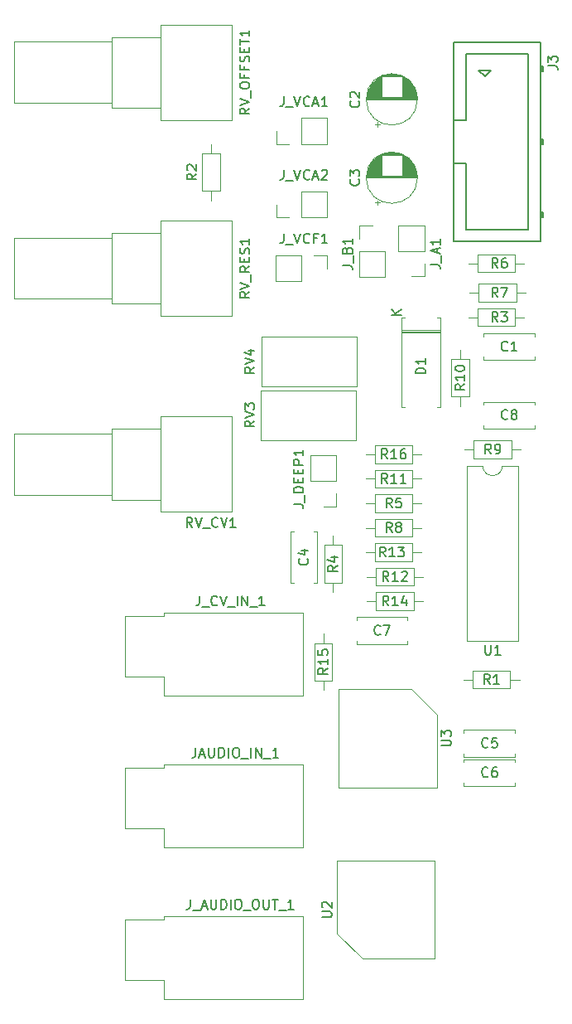
<source format=gbr>
G04 #@! TF.GenerationSoftware,KiCad,Pcbnew,5.1.4*
G04 #@! TF.CreationDate,2019-10-24T19:13:33+02:00*
G04 #@! TF.ProjectId,lpg,6c70672e-6b69-4636-9164-5f7063625858,rev?*
G04 #@! TF.SameCoordinates,Original*
G04 #@! TF.FileFunction,Legend,Top*
G04 #@! TF.FilePolarity,Positive*
%FSLAX46Y46*%
G04 Gerber Fmt 4.6, Leading zero omitted, Abs format (unit mm)*
G04 Created by KiCad (PCBNEW 5.1.4) date 2019-10-24 19:13:33*
%MOMM*%
%LPD*%
G04 APERTURE LIST*
%ADD10C,0.120000*%
%ADD11C,0.150000*%
G04 APERTURE END LIST*
D10*
X113330000Y-77670000D02*
X113330000Y-79000000D01*
X112000000Y-77670000D02*
X113330000Y-77670000D01*
X110730000Y-77670000D02*
X110730000Y-80330000D01*
X110730000Y-80330000D02*
X108130000Y-80330000D01*
X110730000Y-77670000D02*
X108130000Y-77670000D01*
X108130000Y-77670000D02*
X108130000Y-80330000D01*
D11*
X129500000Y-59400000D02*
X128900000Y-58800000D01*
X130100000Y-58800000D02*
X129500000Y-59400000D01*
X128900000Y-58800000D02*
X130100000Y-58800000D01*
X135340000Y-58350000D02*
X135340000Y-58850000D01*
X135440000Y-58850000D02*
X135240000Y-58850000D01*
X135440000Y-58350000D02*
X135440000Y-58850000D01*
X135240000Y-58350000D02*
X135440000Y-58350000D01*
X135340000Y-73310000D02*
X135340000Y-73810000D01*
X135440000Y-73810000D02*
X135240000Y-73810000D01*
X135440000Y-73310000D02*
X135440000Y-73810000D01*
X135240000Y-73310000D02*
X135440000Y-73310000D01*
X135340000Y-65830000D02*
X135340000Y-66330000D01*
X135440000Y-66330000D02*
X135240000Y-66330000D01*
X135440000Y-65830000D02*
X135440000Y-66330000D01*
X135240000Y-65830000D02*
X135440000Y-65830000D01*
X127600000Y-68305000D02*
X126300000Y-68305000D01*
X127600000Y-75030000D02*
X127600000Y-68305000D01*
X133940000Y-75030000D02*
X127600000Y-75030000D01*
X133940000Y-57130000D02*
X133940000Y-75030000D01*
X127600000Y-57130000D02*
X133940000Y-57130000D01*
X127600000Y-63855000D02*
X127600000Y-57130000D01*
X126300000Y-63855000D02*
X127600000Y-63855000D01*
X126300000Y-76230000D02*
X126300000Y-55930000D01*
X135240000Y-76230000D02*
X126300000Y-76230000D01*
X135240000Y-55930000D02*
X135240000Y-76230000D01*
X126300000Y-55930000D02*
X135240000Y-55930000D01*
D10*
X124610000Y-132010000D02*
X124610000Y-124570000D01*
X124610000Y-124570000D02*
X122030000Y-121990000D01*
X122030000Y-121990000D02*
X114590000Y-121990000D01*
X114590000Y-121990000D02*
X114590000Y-132010000D01*
X114590000Y-132010000D02*
X124610000Y-132010000D01*
X114390000Y-139490000D02*
X114390000Y-146930000D01*
X114390000Y-146930000D02*
X116970000Y-149510000D01*
X116970000Y-149510000D02*
X124410000Y-149510000D01*
X124410000Y-149510000D02*
X124410000Y-139490000D01*
X124410000Y-139490000D02*
X114390000Y-139490000D01*
X132960000Y-99170000D02*
X131310000Y-99170000D01*
X132960000Y-117070000D02*
X132960000Y-99170000D01*
X127660000Y-117070000D02*
X132960000Y-117070000D01*
X127660000Y-99170000D02*
X127660000Y-117070000D01*
X129310000Y-99170000D02*
X127660000Y-99170000D01*
X131310000Y-99170000D02*
G75*
G02X129310000Y-99170000I-1000000J0D01*
G01*
X81380000Y-82120000D02*
X81380000Y-75880000D01*
X91380000Y-82120000D02*
X91380000Y-75880000D01*
X91380000Y-75880000D02*
X81380000Y-75880000D01*
X91380000Y-82120000D02*
X81380000Y-82120000D01*
X91380000Y-82620000D02*
X91380000Y-75380000D01*
X96380000Y-82620000D02*
X96380000Y-75380000D01*
X96380000Y-75380000D02*
X91380000Y-75380000D01*
X96380000Y-82620000D02*
X91380000Y-82620000D01*
X96380000Y-83870000D02*
X96380000Y-74130000D01*
X103670000Y-83870000D02*
X103670000Y-74130000D01*
X103670000Y-74130000D02*
X96380000Y-74130000D01*
X103670000Y-83870000D02*
X96380000Y-83870000D01*
X116345000Y-91470000D02*
X116345000Y-96540000D01*
X106575000Y-91470000D02*
X106575000Y-96540000D01*
X106575000Y-96540000D02*
X116345000Y-96540000D01*
X106575000Y-91470000D02*
X116345000Y-91470000D01*
X106655000Y-91030000D02*
X106655000Y-85960000D01*
X116425000Y-91030000D02*
X116425000Y-85960000D01*
X116425000Y-85960000D02*
X106655000Y-85960000D01*
X116425000Y-91030000D02*
X106655000Y-91030000D01*
X81380000Y-102120000D02*
X81380000Y-95880000D01*
X91380000Y-102120000D02*
X91380000Y-95880000D01*
X91380000Y-95880000D02*
X81380000Y-95880000D01*
X91380000Y-102120000D02*
X81380000Y-102120000D01*
X91380000Y-102620000D02*
X91380000Y-95380000D01*
X96380000Y-102620000D02*
X96380000Y-95380000D01*
X96380000Y-95380000D02*
X91380000Y-95380000D01*
X96380000Y-102620000D02*
X91380000Y-102620000D01*
X96380000Y-103870000D02*
X96380000Y-94130000D01*
X103670000Y-103870000D02*
X103670000Y-94130000D01*
X103670000Y-94130000D02*
X96380000Y-94130000D01*
X103670000Y-103870000D02*
X96380000Y-103870000D01*
X81380000Y-62120000D02*
X81380000Y-55880000D01*
X91380000Y-62120000D02*
X91380000Y-55880000D01*
X91380000Y-55880000D02*
X81380000Y-55880000D01*
X91380000Y-62120000D02*
X81380000Y-62120000D01*
X91380000Y-62620000D02*
X91380000Y-55380000D01*
X96380000Y-62620000D02*
X96380000Y-55380000D01*
X96380000Y-55380000D02*
X91380000Y-55380000D01*
X96380000Y-62620000D02*
X91380000Y-62620000D01*
X96380000Y-63870000D02*
X96380000Y-54130000D01*
X103670000Y-63870000D02*
X103670000Y-54130000D01*
X103670000Y-54130000D02*
X96380000Y-54130000D01*
X103670000Y-63870000D02*
X96380000Y-63870000D01*
X117320000Y-98000000D02*
X118270000Y-98000000D01*
X123060000Y-98000000D02*
X122110000Y-98000000D01*
X118270000Y-98920000D02*
X122110000Y-98920000D01*
X118270000Y-97080000D02*
X118270000Y-98920000D01*
X122110000Y-97080000D02*
X118270000Y-97080000D01*
X122110000Y-98920000D02*
X122110000Y-97080000D01*
X113000000Y-116320000D02*
X113000000Y-117270000D01*
X113000000Y-122060000D02*
X113000000Y-121110000D01*
X112080000Y-117270000D02*
X112080000Y-121110000D01*
X113920000Y-117270000D02*
X112080000Y-117270000D01*
X113920000Y-121110000D02*
X113920000Y-117270000D01*
X112080000Y-121110000D02*
X113920000Y-121110000D01*
X123180000Y-113000000D02*
X122230000Y-113000000D01*
X117440000Y-113000000D02*
X118390000Y-113000000D01*
X122230000Y-112080000D02*
X118390000Y-112080000D01*
X122230000Y-113920000D02*
X122230000Y-112080000D01*
X118390000Y-113920000D02*
X122230000Y-113920000D01*
X118390000Y-112080000D02*
X118390000Y-113920000D01*
X117320000Y-108000000D02*
X118270000Y-108000000D01*
X123060000Y-108000000D02*
X122110000Y-108000000D01*
X118270000Y-108920000D02*
X122110000Y-108920000D01*
X118270000Y-107080000D02*
X118270000Y-108920000D01*
X122110000Y-107080000D02*
X118270000Y-107080000D01*
X122110000Y-108920000D02*
X122110000Y-107080000D01*
X123180000Y-110500000D02*
X122230000Y-110500000D01*
X117440000Y-110500000D02*
X118390000Y-110500000D01*
X122230000Y-109580000D02*
X118390000Y-109580000D01*
X122230000Y-111420000D02*
X122230000Y-109580000D01*
X118390000Y-111420000D02*
X122230000Y-111420000D01*
X118390000Y-109580000D02*
X118390000Y-111420000D01*
X117320000Y-100500000D02*
X118270000Y-100500000D01*
X123060000Y-100500000D02*
X122110000Y-100500000D01*
X118270000Y-101420000D02*
X122110000Y-101420000D01*
X118270000Y-99580000D02*
X118270000Y-101420000D01*
X122110000Y-99580000D02*
X118270000Y-99580000D01*
X122110000Y-101420000D02*
X122110000Y-99580000D01*
X127000000Y-87320000D02*
X127000000Y-88270000D01*
X127000000Y-93060000D02*
X127000000Y-92110000D01*
X126080000Y-88270000D02*
X126080000Y-92110000D01*
X127920000Y-88270000D02*
X126080000Y-88270000D01*
X127920000Y-92110000D02*
X127920000Y-88270000D01*
X126080000Y-92110000D02*
X127920000Y-92110000D01*
X133180000Y-97500000D02*
X132230000Y-97500000D01*
X127440000Y-97500000D02*
X128390000Y-97500000D01*
X132230000Y-96580000D02*
X128390000Y-96580000D01*
X132230000Y-98420000D02*
X132230000Y-96580000D01*
X128390000Y-98420000D02*
X132230000Y-98420000D01*
X128390000Y-96580000D02*
X128390000Y-98420000D01*
X117320000Y-105500000D02*
X118270000Y-105500000D01*
X123060000Y-105500000D02*
X122110000Y-105500000D01*
X118270000Y-106420000D02*
X122110000Y-106420000D01*
X118270000Y-104580000D02*
X118270000Y-106420000D01*
X122110000Y-104580000D02*
X118270000Y-104580000D01*
X122110000Y-106420000D02*
X122110000Y-104580000D01*
X133680000Y-81500000D02*
X132730000Y-81500000D01*
X127940000Y-81500000D02*
X128890000Y-81500000D01*
X132730000Y-80580000D02*
X128890000Y-80580000D01*
X132730000Y-82420000D02*
X132730000Y-80580000D01*
X128890000Y-82420000D02*
X132730000Y-82420000D01*
X128890000Y-80580000D02*
X128890000Y-82420000D01*
X127820000Y-78500000D02*
X128770000Y-78500000D01*
X133560000Y-78500000D02*
X132610000Y-78500000D01*
X128770000Y-79420000D02*
X132610000Y-79420000D01*
X128770000Y-77580000D02*
X128770000Y-79420000D01*
X132610000Y-77580000D02*
X128770000Y-77580000D01*
X132610000Y-79420000D02*
X132610000Y-77580000D01*
X117320000Y-103000000D02*
X118270000Y-103000000D01*
X123060000Y-103000000D02*
X122110000Y-103000000D01*
X118270000Y-103920000D02*
X122110000Y-103920000D01*
X118270000Y-102080000D02*
X118270000Y-103920000D01*
X122110000Y-102080000D02*
X118270000Y-102080000D01*
X122110000Y-103920000D02*
X122110000Y-102080000D01*
X114000000Y-106320000D02*
X114000000Y-107270000D01*
X114000000Y-112060000D02*
X114000000Y-111110000D01*
X113080000Y-107270000D02*
X113080000Y-111110000D01*
X114920000Y-107270000D02*
X113080000Y-107270000D01*
X114920000Y-111110000D02*
X114920000Y-107270000D01*
X113080000Y-111110000D02*
X114920000Y-111110000D01*
X127820000Y-84000000D02*
X128770000Y-84000000D01*
X133560000Y-84000000D02*
X132610000Y-84000000D01*
X128770000Y-84920000D02*
X132610000Y-84920000D01*
X128770000Y-83080000D02*
X128770000Y-84920000D01*
X132610000Y-83080000D02*
X128770000Y-83080000D01*
X132610000Y-84920000D02*
X132610000Y-83080000D01*
X101500000Y-66320000D02*
X101500000Y-67270000D01*
X101500000Y-72060000D02*
X101500000Y-71110000D01*
X100580000Y-67270000D02*
X100580000Y-71110000D01*
X102420000Y-67270000D02*
X100580000Y-67270000D01*
X102420000Y-71110000D02*
X102420000Y-67270000D01*
X100580000Y-71110000D02*
X102420000Y-71110000D01*
X127320000Y-121000000D02*
X128270000Y-121000000D01*
X133060000Y-121000000D02*
X132110000Y-121000000D01*
X128270000Y-121920000D02*
X132110000Y-121920000D01*
X128270000Y-120080000D02*
X128270000Y-121920000D01*
X132110000Y-120080000D02*
X128270000Y-120080000D01*
X132110000Y-121920000D02*
X132110000Y-120080000D01*
X96680000Y-151720000D02*
X92680000Y-151720000D01*
X96680000Y-153620000D02*
X96680000Y-151720000D01*
X110920000Y-153620000D02*
X96680000Y-153620000D01*
X110920000Y-145180000D02*
X110920000Y-153620000D01*
X96680000Y-145180000D02*
X110920000Y-145180000D01*
X96680000Y-145480000D02*
X96680000Y-145180000D01*
X92680000Y-145480000D02*
X96680000Y-145480000D01*
X92680000Y-151720000D02*
X92680000Y-145480000D01*
X123330000Y-79830000D02*
X122000000Y-79830000D01*
X123330000Y-78500000D02*
X123330000Y-79830000D01*
X123330000Y-77230000D02*
X120670000Y-77230000D01*
X120670000Y-77230000D02*
X120670000Y-74630000D01*
X123330000Y-77230000D02*
X123330000Y-74630000D01*
X123330000Y-74630000D02*
X120670000Y-74630000D01*
X116670000Y-74670000D02*
X118000000Y-74670000D01*
X116670000Y-76000000D02*
X116670000Y-74670000D01*
X116670000Y-77270000D02*
X119330000Y-77270000D01*
X119330000Y-77270000D02*
X119330000Y-79870000D01*
X116670000Y-77270000D02*
X116670000Y-79870000D01*
X116670000Y-79870000D02*
X119330000Y-79870000D01*
X108170000Y-73830000D02*
X108170000Y-72500000D01*
X109500000Y-73830000D02*
X108170000Y-73830000D01*
X110770000Y-73830000D02*
X110770000Y-71170000D01*
X110770000Y-71170000D02*
X113370000Y-71170000D01*
X110770000Y-73830000D02*
X113370000Y-73830000D01*
X113370000Y-73830000D02*
X113370000Y-71170000D01*
X114330000Y-103330000D02*
X113000000Y-103330000D01*
X114330000Y-102000000D02*
X114330000Y-103330000D01*
X114330000Y-100730000D02*
X111670000Y-100730000D01*
X111670000Y-100730000D02*
X111670000Y-98130000D01*
X114330000Y-100730000D02*
X114330000Y-98130000D01*
X114330000Y-98130000D02*
X111670000Y-98130000D01*
X108170000Y-66330000D02*
X108170000Y-65000000D01*
X109500000Y-66330000D02*
X108170000Y-66330000D01*
X110770000Y-66330000D02*
X110770000Y-63670000D01*
X110770000Y-63670000D02*
X113370000Y-63670000D01*
X110770000Y-66330000D02*
X113370000Y-66330000D01*
X113370000Y-66330000D02*
X113370000Y-63670000D01*
X96680000Y-120720000D02*
X92680000Y-120720000D01*
X96680000Y-122620000D02*
X96680000Y-120720000D01*
X110920000Y-122620000D02*
X96680000Y-122620000D01*
X110920000Y-114180000D02*
X110920000Y-122620000D01*
X96680000Y-114180000D02*
X110920000Y-114180000D01*
X96680000Y-114480000D02*
X96680000Y-114180000D01*
X92680000Y-114480000D02*
X96680000Y-114480000D01*
X92680000Y-120720000D02*
X92680000Y-114480000D01*
X96680000Y-136220000D02*
X92680000Y-136220000D01*
X96680000Y-138120000D02*
X96680000Y-136220000D01*
X110920000Y-138120000D02*
X96680000Y-138120000D01*
X110920000Y-129680000D02*
X110920000Y-138120000D01*
X96680000Y-129680000D02*
X110920000Y-129680000D01*
X96680000Y-129980000D02*
X96680000Y-129680000D01*
X92680000Y-129980000D02*
X96680000Y-129980000D01*
X92680000Y-136220000D02*
X92680000Y-129980000D01*
X124970000Y-85345000D02*
X121030000Y-85345000D01*
X124970000Y-85585000D02*
X121030000Y-85585000D01*
X124970000Y-85465000D02*
X121030000Y-85465000D01*
X121030000Y-93150000D02*
X121360000Y-93150000D01*
X121030000Y-84010000D02*
X121030000Y-93150000D01*
X121360000Y-84010000D02*
X121030000Y-84010000D01*
X124970000Y-93150000D02*
X124640000Y-93150000D01*
X124970000Y-84010000D02*
X124970000Y-93150000D01*
X124640000Y-84010000D02*
X124970000Y-84010000D01*
X129380000Y-92945000D02*
X129380000Y-92630000D01*
X129380000Y-95370000D02*
X129380000Y-95055000D01*
X134620000Y-92945000D02*
X134620000Y-92630000D01*
X134620000Y-95370000D02*
X134620000Y-95055000D01*
X134620000Y-92630000D02*
X129380000Y-92630000D01*
X134620000Y-95370000D02*
X129380000Y-95370000D01*
X116380000Y-114945000D02*
X116380000Y-114630000D01*
X116380000Y-117370000D02*
X116380000Y-117055000D01*
X121620000Y-114945000D02*
X121620000Y-114630000D01*
X121620000Y-117370000D02*
X121620000Y-117055000D01*
X121620000Y-114630000D02*
X116380000Y-114630000D01*
X121620000Y-117370000D02*
X116380000Y-117370000D01*
X127380000Y-129445000D02*
X127380000Y-129130000D01*
X127380000Y-131870000D02*
X127380000Y-131555000D01*
X132620000Y-129445000D02*
X132620000Y-129130000D01*
X132620000Y-131870000D02*
X132620000Y-131555000D01*
X132620000Y-129130000D02*
X127380000Y-129130000D01*
X132620000Y-131870000D02*
X127380000Y-131870000D01*
X132620000Y-128555000D02*
X132620000Y-128870000D01*
X132620000Y-126130000D02*
X132620000Y-126445000D01*
X127380000Y-128555000D02*
X127380000Y-128870000D01*
X127380000Y-126130000D02*
X127380000Y-126445000D01*
X127380000Y-128870000D02*
X132620000Y-128870000D01*
X127380000Y-126130000D02*
X132620000Y-126130000D01*
X109945000Y-111120000D02*
X109630000Y-111120000D01*
X112370000Y-111120000D02*
X112055000Y-111120000D01*
X109945000Y-105880000D02*
X109630000Y-105880000D01*
X112370000Y-105880000D02*
X112055000Y-105880000D01*
X109630000Y-105880000D02*
X109630000Y-111120000D01*
X112370000Y-105880000D02*
X112370000Y-111120000D01*
X118275000Y-72304775D02*
X118775000Y-72304775D01*
X118525000Y-72554775D02*
X118525000Y-72054775D01*
X119716000Y-67149000D02*
X120284000Y-67149000D01*
X119482000Y-67189000D02*
X120518000Y-67189000D01*
X119323000Y-67229000D02*
X120677000Y-67229000D01*
X119195000Y-67269000D02*
X120805000Y-67269000D01*
X119085000Y-67309000D02*
X120915000Y-67309000D01*
X118989000Y-67349000D02*
X121011000Y-67349000D01*
X118902000Y-67389000D02*
X121098000Y-67389000D01*
X118822000Y-67429000D02*
X121178000Y-67429000D01*
X121040000Y-67469000D02*
X121251000Y-67469000D01*
X118749000Y-67469000D02*
X118960000Y-67469000D01*
X121040000Y-67509000D02*
X121319000Y-67509000D01*
X118681000Y-67509000D02*
X118960000Y-67509000D01*
X121040000Y-67549000D02*
X121383000Y-67549000D01*
X118617000Y-67549000D02*
X118960000Y-67549000D01*
X121040000Y-67589000D02*
X121443000Y-67589000D01*
X118557000Y-67589000D02*
X118960000Y-67589000D01*
X121040000Y-67629000D02*
X121500000Y-67629000D01*
X118500000Y-67629000D02*
X118960000Y-67629000D01*
X121040000Y-67669000D02*
X121554000Y-67669000D01*
X118446000Y-67669000D02*
X118960000Y-67669000D01*
X121040000Y-67709000D02*
X121605000Y-67709000D01*
X118395000Y-67709000D02*
X118960000Y-67709000D01*
X121040000Y-67749000D02*
X121653000Y-67749000D01*
X118347000Y-67749000D02*
X118960000Y-67749000D01*
X121040000Y-67789000D02*
X121699000Y-67789000D01*
X118301000Y-67789000D02*
X118960000Y-67789000D01*
X121040000Y-67829000D02*
X121743000Y-67829000D01*
X118257000Y-67829000D02*
X118960000Y-67829000D01*
X121040000Y-67869000D02*
X121785000Y-67869000D01*
X118215000Y-67869000D02*
X118960000Y-67869000D01*
X121040000Y-67909000D02*
X121826000Y-67909000D01*
X118174000Y-67909000D02*
X118960000Y-67909000D01*
X121040000Y-67949000D02*
X121864000Y-67949000D01*
X118136000Y-67949000D02*
X118960000Y-67949000D01*
X121040000Y-67989000D02*
X121901000Y-67989000D01*
X118099000Y-67989000D02*
X118960000Y-67989000D01*
X121040000Y-68029000D02*
X121937000Y-68029000D01*
X118063000Y-68029000D02*
X118960000Y-68029000D01*
X121040000Y-68069000D02*
X121971000Y-68069000D01*
X118029000Y-68069000D02*
X118960000Y-68069000D01*
X121040000Y-68109000D02*
X122004000Y-68109000D01*
X117996000Y-68109000D02*
X118960000Y-68109000D01*
X121040000Y-68149000D02*
X122035000Y-68149000D01*
X117965000Y-68149000D02*
X118960000Y-68149000D01*
X121040000Y-68189000D02*
X122065000Y-68189000D01*
X117935000Y-68189000D02*
X118960000Y-68189000D01*
X121040000Y-68229000D02*
X122095000Y-68229000D01*
X117905000Y-68229000D02*
X118960000Y-68229000D01*
X121040000Y-68269000D02*
X122122000Y-68269000D01*
X117878000Y-68269000D02*
X118960000Y-68269000D01*
X121040000Y-68309000D02*
X122149000Y-68309000D01*
X117851000Y-68309000D02*
X118960000Y-68309000D01*
X121040000Y-68349000D02*
X122175000Y-68349000D01*
X117825000Y-68349000D02*
X118960000Y-68349000D01*
X121040000Y-68389000D02*
X122200000Y-68389000D01*
X117800000Y-68389000D02*
X118960000Y-68389000D01*
X121040000Y-68429000D02*
X122224000Y-68429000D01*
X117776000Y-68429000D02*
X118960000Y-68429000D01*
X121040000Y-68469000D02*
X122247000Y-68469000D01*
X117753000Y-68469000D02*
X118960000Y-68469000D01*
X121040000Y-68509000D02*
X122268000Y-68509000D01*
X117732000Y-68509000D02*
X118960000Y-68509000D01*
X121040000Y-68549000D02*
X122290000Y-68549000D01*
X117710000Y-68549000D02*
X118960000Y-68549000D01*
X121040000Y-68589000D02*
X122310000Y-68589000D01*
X117690000Y-68589000D02*
X118960000Y-68589000D01*
X121040000Y-68629000D02*
X122329000Y-68629000D01*
X117671000Y-68629000D02*
X118960000Y-68629000D01*
X121040000Y-68669000D02*
X122348000Y-68669000D01*
X117652000Y-68669000D02*
X118960000Y-68669000D01*
X121040000Y-68709000D02*
X122365000Y-68709000D01*
X117635000Y-68709000D02*
X118960000Y-68709000D01*
X121040000Y-68749000D02*
X122382000Y-68749000D01*
X117618000Y-68749000D02*
X118960000Y-68749000D01*
X121040000Y-68789000D02*
X122398000Y-68789000D01*
X117602000Y-68789000D02*
X118960000Y-68789000D01*
X121040000Y-68829000D02*
X122414000Y-68829000D01*
X117586000Y-68829000D02*
X118960000Y-68829000D01*
X121040000Y-68869000D02*
X122428000Y-68869000D01*
X117572000Y-68869000D02*
X118960000Y-68869000D01*
X121040000Y-68909000D02*
X122442000Y-68909000D01*
X117558000Y-68909000D02*
X118960000Y-68909000D01*
X121040000Y-68949000D02*
X122455000Y-68949000D01*
X117545000Y-68949000D02*
X118960000Y-68949000D01*
X121040000Y-68989000D02*
X122468000Y-68989000D01*
X117532000Y-68989000D02*
X118960000Y-68989000D01*
X121040000Y-69029000D02*
X122480000Y-69029000D01*
X117520000Y-69029000D02*
X118960000Y-69029000D01*
X121040000Y-69070000D02*
X122491000Y-69070000D01*
X117509000Y-69070000D02*
X118960000Y-69070000D01*
X121040000Y-69110000D02*
X122501000Y-69110000D01*
X117499000Y-69110000D02*
X118960000Y-69110000D01*
X121040000Y-69150000D02*
X122511000Y-69150000D01*
X117489000Y-69150000D02*
X118960000Y-69150000D01*
X121040000Y-69190000D02*
X122520000Y-69190000D01*
X117480000Y-69190000D02*
X118960000Y-69190000D01*
X121040000Y-69230000D02*
X122528000Y-69230000D01*
X117472000Y-69230000D02*
X118960000Y-69230000D01*
X121040000Y-69270000D02*
X122536000Y-69270000D01*
X117464000Y-69270000D02*
X118960000Y-69270000D01*
X121040000Y-69310000D02*
X122543000Y-69310000D01*
X117457000Y-69310000D02*
X118960000Y-69310000D01*
X121040000Y-69350000D02*
X122550000Y-69350000D01*
X117450000Y-69350000D02*
X118960000Y-69350000D01*
X121040000Y-69390000D02*
X122556000Y-69390000D01*
X117444000Y-69390000D02*
X118960000Y-69390000D01*
X121040000Y-69430000D02*
X122561000Y-69430000D01*
X117439000Y-69430000D02*
X118960000Y-69430000D01*
X121040000Y-69470000D02*
X122565000Y-69470000D01*
X117435000Y-69470000D02*
X118960000Y-69470000D01*
X121040000Y-69510000D02*
X122569000Y-69510000D01*
X117431000Y-69510000D02*
X118960000Y-69510000D01*
X117427000Y-69550000D02*
X122573000Y-69550000D01*
X117424000Y-69590000D02*
X122576000Y-69590000D01*
X117422000Y-69630000D02*
X122578000Y-69630000D01*
X117421000Y-69670000D02*
X122579000Y-69670000D01*
X117420000Y-69710000D02*
X122580000Y-69710000D01*
X117420000Y-69750000D02*
X122580000Y-69750000D01*
X122620000Y-69750000D02*
G75*
G03X122620000Y-69750000I-2620000J0D01*
G01*
X118275000Y-64304775D02*
X118775000Y-64304775D01*
X118525000Y-64554775D02*
X118525000Y-64054775D01*
X119716000Y-59149000D02*
X120284000Y-59149000D01*
X119482000Y-59189000D02*
X120518000Y-59189000D01*
X119323000Y-59229000D02*
X120677000Y-59229000D01*
X119195000Y-59269000D02*
X120805000Y-59269000D01*
X119085000Y-59309000D02*
X120915000Y-59309000D01*
X118989000Y-59349000D02*
X121011000Y-59349000D01*
X118902000Y-59389000D02*
X121098000Y-59389000D01*
X118822000Y-59429000D02*
X121178000Y-59429000D01*
X121040000Y-59469000D02*
X121251000Y-59469000D01*
X118749000Y-59469000D02*
X118960000Y-59469000D01*
X121040000Y-59509000D02*
X121319000Y-59509000D01*
X118681000Y-59509000D02*
X118960000Y-59509000D01*
X121040000Y-59549000D02*
X121383000Y-59549000D01*
X118617000Y-59549000D02*
X118960000Y-59549000D01*
X121040000Y-59589000D02*
X121443000Y-59589000D01*
X118557000Y-59589000D02*
X118960000Y-59589000D01*
X121040000Y-59629000D02*
X121500000Y-59629000D01*
X118500000Y-59629000D02*
X118960000Y-59629000D01*
X121040000Y-59669000D02*
X121554000Y-59669000D01*
X118446000Y-59669000D02*
X118960000Y-59669000D01*
X121040000Y-59709000D02*
X121605000Y-59709000D01*
X118395000Y-59709000D02*
X118960000Y-59709000D01*
X121040000Y-59749000D02*
X121653000Y-59749000D01*
X118347000Y-59749000D02*
X118960000Y-59749000D01*
X121040000Y-59789000D02*
X121699000Y-59789000D01*
X118301000Y-59789000D02*
X118960000Y-59789000D01*
X121040000Y-59829000D02*
X121743000Y-59829000D01*
X118257000Y-59829000D02*
X118960000Y-59829000D01*
X121040000Y-59869000D02*
X121785000Y-59869000D01*
X118215000Y-59869000D02*
X118960000Y-59869000D01*
X121040000Y-59909000D02*
X121826000Y-59909000D01*
X118174000Y-59909000D02*
X118960000Y-59909000D01*
X121040000Y-59949000D02*
X121864000Y-59949000D01*
X118136000Y-59949000D02*
X118960000Y-59949000D01*
X121040000Y-59989000D02*
X121901000Y-59989000D01*
X118099000Y-59989000D02*
X118960000Y-59989000D01*
X121040000Y-60029000D02*
X121937000Y-60029000D01*
X118063000Y-60029000D02*
X118960000Y-60029000D01*
X121040000Y-60069000D02*
X121971000Y-60069000D01*
X118029000Y-60069000D02*
X118960000Y-60069000D01*
X121040000Y-60109000D02*
X122004000Y-60109000D01*
X117996000Y-60109000D02*
X118960000Y-60109000D01*
X121040000Y-60149000D02*
X122035000Y-60149000D01*
X117965000Y-60149000D02*
X118960000Y-60149000D01*
X121040000Y-60189000D02*
X122065000Y-60189000D01*
X117935000Y-60189000D02*
X118960000Y-60189000D01*
X121040000Y-60229000D02*
X122095000Y-60229000D01*
X117905000Y-60229000D02*
X118960000Y-60229000D01*
X121040000Y-60269000D02*
X122122000Y-60269000D01*
X117878000Y-60269000D02*
X118960000Y-60269000D01*
X121040000Y-60309000D02*
X122149000Y-60309000D01*
X117851000Y-60309000D02*
X118960000Y-60309000D01*
X121040000Y-60349000D02*
X122175000Y-60349000D01*
X117825000Y-60349000D02*
X118960000Y-60349000D01*
X121040000Y-60389000D02*
X122200000Y-60389000D01*
X117800000Y-60389000D02*
X118960000Y-60389000D01*
X121040000Y-60429000D02*
X122224000Y-60429000D01*
X117776000Y-60429000D02*
X118960000Y-60429000D01*
X121040000Y-60469000D02*
X122247000Y-60469000D01*
X117753000Y-60469000D02*
X118960000Y-60469000D01*
X121040000Y-60509000D02*
X122268000Y-60509000D01*
X117732000Y-60509000D02*
X118960000Y-60509000D01*
X121040000Y-60549000D02*
X122290000Y-60549000D01*
X117710000Y-60549000D02*
X118960000Y-60549000D01*
X121040000Y-60589000D02*
X122310000Y-60589000D01*
X117690000Y-60589000D02*
X118960000Y-60589000D01*
X121040000Y-60629000D02*
X122329000Y-60629000D01*
X117671000Y-60629000D02*
X118960000Y-60629000D01*
X121040000Y-60669000D02*
X122348000Y-60669000D01*
X117652000Y-60669000D02*
X118960000Y-60669000D01*
X121040000Y-60709000D02*
X122365000Y-60709000D01*
X117635000Y-60709000D02*
X118960000Y-60709000D01*
X121040000Y-60749000D02*
X122382000Y-60749000D01*
X117618000Y-60749000D02*
X118960000Y-60749000D01*
X121040000Y-60789000D02*
X122398000Y-60789000D01*
X117602000Y-60789000D02*
X118960000Y-60789000D01*
X121040000Y-60829000D02*
X122414000Y-60829000D01*
X117586000Y-60829000D02*
X118960000Y-60829000D01*
X121040000Y-60869000D02*
X122428000Y-60869000D01*
X117572000Y-60869000D02*
X118960000Y-60869000D01*
X121040000Y-60909000D02*
X122442000Y-60909000D01*
X117558000Y-60909000D02*
X118960000Y-60909000D01*
X121040000Y-60949000D02*
X122455000Y-60949000D01*
X117545000Y-60949000D02*
X118960000Y-60949000D01*
X121040000Y-60989000D02*
X122468000Y-60989000D01*
X117532000Y-60989000D02*
X118960000Y-60989000D01*
X121040000Y-61029000D02*
X122480000Y-61029000D01*
X117520000Y-61029000D02*
X118960000Y-61029000D01*
X121040000Y-61070000D02*
X122491000Y-61070000D01*
X117509000Y-61070000D02*
X118960000Y-61070000D01*
X121040000Y-61110000D02*
X122501000Y-61110000D01*
X117499000Y-61110000D02*
X118960000Y-61110000D01*
X121040000Y-61150000D02*
X122511000Y-61150000D01*
X117489000Y-61150000D02*
X118960000Y-61150000D01*
X121040000Y-61190000D02*
X122520000Y-61190000D01*
X117480000Y-61190000D02*
X118960000Y-61190000D01*
X121040000Y-61230000D02*
X122528000Y-61230000D01*
X117472000Y-61230000D02*
X118960000Y-61230000D01*
X121040000Y-61270000D02*
X122536000Y-61270000D01*
X117464000Y-61270000D02*
X118960000Y-61270000D01*
X121040000Y-61310000D02*
X122543000Y-61310000D01*
X117457000Y-61310000D02*
X118960000Y-61310000D01*
X121040000Y-61350000D02*
X122550000Y-61350000D01*
X117450000Y-61350000D02*
X118960000Y-61350000D01*
X121040000Y-61390000D02*
X122556000Y-61390000D01*
X117444000Y-61390000D02*
X118960000Y-61390000D01*
X121040000Y-61430000D02*
X122561000Y-61430000D01*
X117439000Y-61430000D02*
X118960000Y-61430000D01*
X121040000Y-61470000D02*
X122565000Y-61470000D01*
X117435000Y-61470000D02*
X118960000Y-61470000D01*
X121040000Y-61510000D02*
X122569000Y-61510000D01*
X117431000Y-61510000D02*
X118960000Y-61510000D01*
X117427000Y-61550000D02*
X122573000Y-61550000D01*
X117424000Y-61590000D02*
X122576000Y-61590000D01*
X117422000Y-61630000D02*
X122578000Y-61630000D01*
X117421000Y-61670000D02*
X122579000Y-61670000D01*
X117420000Y-61710000D02*
X122580000Y-61710000D01*
X117420000Y-61750000D02*
X122580000Y-61750000D01*
X122620000Y-61750000D02*
G75*
G03X122620000Y-61750000I-2620000J0D01*
G01*
X129380000Y-85945000D02*
X129380000Y-85630000D01*
X129380000Y-88370000D02*
X129380000Y-88055000D01*
X134620000Y-85945000D02*
X134620000Y-85630000D01*
X134620000Y-88370000D02*
X134620000Y-88055000D01*
X134620000Y-85630000D02*
X129380000Y-85630000D01*
X134620000Y-88370000D02*
X129380000Y-88370000D01*
D11*
X108928571Y-75452380D02*
X108928571Y-76166666D01*
X108880952Y-76309523D01*
X108785714Y-76404761D01*
X108642857Y-76452380D01*
X108547619Y-76452380D01*
X109166666Y-76547619D02*
X109928571Y-76547619D01*
X110023809Y-75452380D02*
X110357142Y-76452380D01*
X110690476Y-75452380D01*
X111595238Y-76357142D02*
X111547619Y-76404761D01*
X111404761Y-76452380D01*
X111309523Y-76452380D01*
X111166666Y-76404761D01*
X111071428Y-76309523D01*
X111023809Y-76214285D01*
X110976190Y-76023809D01*
X110976190Y-75880952D01*
X111023809Y-75690476D01*
X111071428Y-75595238D01*
X111166666Y-75500000D01*
X111309523Y-75452380D01*
X111404761Y-75452380D01*
X111547619Y-75500000D01*
X111595238Y-75547619D01*
X112357142Y-75928571D02*
X112023809Y-75928571D01*
X112023809Y-76452380D02*
X112023809Y-75452380D01*
X112500000Y-75452380D01*
X113404761Y-76452380D02*
X112833333Y-76452380D01*
X113119047Y-76452380D02*
X113119047Y-75452380D01*
X113023809Y-75595238D01*
X112928571Y-75690476D01*
X112833333Y-75738095D01*
X135952380Y-58333333D02*
X136666666Y-58333333D01*
X136809523Y-58380952D01*
X136904761Y-58476190D01*
X136952380Y-58619047D01*
X136952380Y-58714285D01*
X135952380Y-57952380D02*
X135952380Y-57333333D01*
X136333333Y-57666666D01*
X136333333Y-57523809D01*
X136380952Y-57428571D01*
X136428571Y-57380952D01*
X136523809Y-57333333D01*
X136761904Y-57333333D01*
X136857142Y-57380952D01*
X136904761Y-57428571D01*
X136952380Y-57523809D01*
X136952380Y-57809523D01*
X136904761Y-57904761D01*
X136857142Y-57952380D01*
X125052380Y-127761904D02*
X125861904Y-127761904D01*
X125957142Y-127714285D01*
X126004761Y-127666666D01*
X126052380Y-127571428D01*
X126052380Y-127380952D01*
X126004761Y-127285714D01*
X125957142Y-127238095D01*
X125861904Y-127190476D01*
X125052380Y-127190476D01*
X125052380Y-126809523D02*
X125052380Y-126190476D01*
X125433333Y-126523809D01*
X125433333Y-126380952D01*
X125480952Y-126285714D01*
X125528571Y-126238095D01*
X125623809Y-126190476D01*
X125861904Y-126190476D01*
X125957142Y-126238095D01*
X126004761Y-126285714D01*
X126052380Y-126380952D01*
X126052380Y-126666666D01*
X126004761Y-126761904D01*
X125957142Y-126809523D01*
X112852380Y-145261904D02*
X113661904Y-145261904D01*
X113757142Y-145214285D01*
X113804761Y-145166666D01*
X113852380Y-145071428D01*
X113852380Y-144880952D01*
X113804761Y-144785714D01*
X113757142Y-144738095D01*
X113661904Y-144690476D01*
X112852380Y-144690476D01*
X112947619Y-144261904D02*
X112900000Y-144214285D01*
X112852380Y-144119047D01*
X112852380Y-143880952D01*
X112900000Y-143785714D01*
X112947619Y-143738095D01*
X113042857Y-143690476D01*
X113138095Y-143690476D01*
X113280952Y-143738095D01*
X113852380Y-144309523D01*
X113852380Y-143690476D01*
X129548095Y-117452380D02*
X129548095Y-118261904D01*
X129595714Y-118357142D01*
X129643333Y-118404761D01*
X129738571Y-118452380D01*
X129929047Y-118452380D01*
X130024285Y-118404761D01*
X130071904Y-118357142D01*
X130119523Y-118261904D01*
X130119523Y-117452380D01*
X131119523Y-118452380D02*
X130548095Y-118452380D01*
X130833809Y-118452380D02*
X130833809Y-117452380D01*
X130738571Y-117595238D01*
X130643333Y-117690476D01*
X130548095Y-117738095D01*
X105452380Y-81404761D02*
X104976190Y-81738095D01*
X105452380Y-81976190D02*
X104452380Y-81976190D01*
X104452380Y-81595238D01*
X104500000Y-81500000D01*
X104547619Y-81452380D01*
X104642857Y-81404761D01*
X104785714Y-81404761D01*
X104880952Y-81452380D01*
X104928571Y-81500000D01*
X104976190Y-81595238D01*
X104976190Y-81976190D01*
X104452380Y-81119047D02*
X105452380Y-80785714D01*
X104452380Y-80452380D01*
X105547619Y-80357142D02*
X105547619Y-79595238D01*
X105452380Y-78785714D02*
X104976190Y-79119047D01*
X105452380Y-79357142D02*
X104452380Y-79357142D01*
X104452380Y-78976190D01*
X104500000Y-78880952D01*
X104547619Y-78833333D01*
X104642857Y-78785714D01*
X104785714Y-78785714D01*
X104880952Y-78833333D01*
X104928571Y-78880952D01*
X104976190Y-78976190D01*
X104976190Y-79357142D01*
X104928571Y-78357142D02*
X104928571Y-78023809D01*
X105452380Y-77880952D02*
X105452380Y-78357142D01*
X104452380Y-78357142D01*
X104452380Y-77880952D01*
X105404761Y-77500000D02*
X105452380Y-77357142D01*
X105452380Y-77119047D01*
X105404761Y-77023809D01*
X105357142Y-76976190D01*
X105261904Y-76928571D01*
X105166666Y-76928571D01*
X105071428Y-76976190D01*
X105023809Y-77023809D01*
X104976190Y-77119047D01*
X104928571Y-77309523D01*
X104880952Y-77404761D01*
X104833333Y-77452380D01*
X104738095Y-77500000D01*
X104642857Y-77500000D01*
X104547619Y-77452380D01*
X104500000Y-77404761D01*
X104452380Y-77309523D01*
X104452380Y-77071428D01*
X104500000Y-76928571D01*
X105452380Y-75976190D02*
X105452380Y-76547619D01*
X105452380Y-76261904D02*
X104452380Y-76261904D01*
X104595238Y-76357142D01*
X104690476Y-76452380D01*
X104738095Y-76547619D01*
X105952380Y-89095238D02*
X105476190Y-89428571D01*
X105952380Y-89666666D02*
X104952380Y-89666666D01*
X104952380Y-89285714D01*
X105000000Y-89190476D01*
X105047619Y-89142857D01*
X105142857Y-89095238D01*
X105285714Y-89095238D01*
X105380952Y-89142857D01*
X105428571Y-89190476D01*
X105476190Y-89285714D01*
X105476190Y-89666666D01*
X104952380Y-88809523D02*
X105952380Y-88476190D01*
X104952380Y-88142857D01*
X105285714Y-87380952D02*
X105952380Y-87380952D01*
X104904761Y-87619047D02*
X105619047Y-87857142D01*
X105619047Y-87238095D01*
X105952380Y-94595238D02*
X105476190Y-94928571D01*
X105952380Y-95166666D02*
X104952380Y-95166666D01*
X104952380Y-94785714D01*
X105000000Y-94690476D01*
X105047619Y-94642857D01*
X105142857Y-94595238D01*
X105285714Y-94595238D01*
X105380952Y-94642857D01*
X105428571Y-94690476D01*
X105476190Y-94785714D01*
X105476190Y-95166666D01*
X104952380Y-94309523D02*
X105952380Y-93976190D01*
X104952380Y-93642857D01*
X104952380Y-93404761D02*
X104952380Y-92785714D01*
X105333333Y-93119047D01*
X105333333Y-92976190D01*
X105380952Y-92880952D01*
X105428571Y-92833333D01*
X105523809Y-92785714D01*
X105761904Y-92785714D01*
X105857142Y-92833333D01*
X105904761Y-92880952D01*
X105952380Y-92976190D01*
X105952380Y-93261904D01*
X105904761Y-93357142D01*
X105857142Y-93404761D01*
X99595238Y-105452380D02*
X99261904Y-104976190D01*
X99023809Y-105452380D02*
X99023809Y-104452380D01*
X99404761Y-104452380D01*
X99500000Y-104500000D01*
X99547619Y-104547619D01*
X99595238Y-104642857D01*
X99595238Y-104785714D01*
X99547619Y-104880952D01*
X99500000Y-104928571D01*
X99404761Y-104976190D01*
X99023809Y-104976190D01*
X99880952Y-104452380D02*
X100214285Y-105452380D01*
X100547619Y-104452380D01*
X100642857Y-105547619D02*
X101404761Y-105547619D01*
X102214285Y-105357142D02*
X102166666Y-105404761D01*
X102023809Y-105452380D01*
X101928571Y-105452380D01*
X101785714Y-105404761D01*
X101690476Y-105309523D01*
X101642857Y-105214285D01*
X101595238Y-105023809D01*
X101595238Y-104880952D01*
X101642857Y-104690476D01*
X101690476Y-104595238D01*
X101785714Y-104500000D01*
X101928571Y-104452380D01*
X102023809Y-104452380D01*
X102166666Y-104500000D01*
X102214285Y-104547619D01*
X102500000Y-104452380D02*
X102833333Y-105452380D01*
X103166666Y-104452380D01*
X104023809Y-105452380D02*
X103452380Y-105452380D01*
X103738095Y-105452380D02*
X103738095Y-104452380D01*
X103642857Y-104595238D01*
X103547619Y-104690476D01*
X103452380Y-104738095D01*
X105452380Y-62666666D02*
X104976190Y-63000000D01*
X105452380Y-63238095D02*
X104452380Y-63238095D01*
X104452380Y-62857142D01*
X104500000Y-62761904D01*
X104547619Y-62714285D01*
X104642857Y-62666666D01*
X104785714Y-62666666D01*
X104880952Y-62714285D01*
X104928571Y-62761904D01*
X104976190Y-62857142D01*
X104976190Y-63238095D01*
X104452380Y-62380952D02*
X105452380Y-62047619D01*
X104452380Y-61714285D01*
X105547619Y-61619047D02*
X105547619Y-60857142D01*
X104452380Y-60428571D02*
X104452380Y-60238095D01*
X104500000Y-60142857D01*
X104595238Y-60047619D01*
X104785714Y-60000000D01*
X105119047Y-60000000D01*
X105309523Y-60047619D01*
X105404761Y-60142857D01*
X105452380Y-60238095D01*
X105452380Y-60428571D01*
X105404761Y-60523809D01*
X105309523Y-60619047D01*
X105119047Y-60666666D01*
X104785714Y-60666666D01*
X104595238Y-60619047D01*
X104500000Y-60523809D01*
X104452380Y-60428571D01*
X104928571Y-59238095D02*
X104928571Y-59571428D01*
X105452380Y-59571428D02*
X104452380Y-59571428D01*
X104452380Y-59095238D01*
X104928571Y-58380952D02*
X104928571Y-58714285D01*
X105452380Y-58714285D02*
X104452380Y-58714285D01*
X104452380Y-58238095D01*
X105404761Y-57904761D02*
X105452380Y-57761904D01*
X105452380Y-57523809D01*
X105404761Y-57428571D01*
X105357142Y-57380952D01*
X105261904Y-57333333D01*
X105166666Y-57333333D01*
X105071428Y-57380952D01*
X105023809Y-57428571D01*
X104976190Y-57523809D01*
X104928571Y-57714285D01*
X104880952Y-57809523D01*
X104833333Y-57857142D01*
X104738095Y-57904761D01*
X104642857Y-57904761D01*
X104547619Y-57857142D01*
X104500000Y-57809523D01*
X104452380Y-57714285D01*
X104452380Y-57476190D01*
X104500000Y-57333333D01*
X104928571Y-56904761D02*
X104928571Y-56571428D01*
X105452380Y-56428571D02*
X105452380Y-56904761D01*
X104452380Y-56904761D01*
X104452380Y-56428571D01*
X104452380Y-56142857D02*
X104452380Y-55571428D01*
X105452380Y-55857142D02*
X104452380Y-55857142D01*
X105452380Y-54714285D02*
X105452380Y-55285714D01*
X105452380Y-55000000D02*
X104452380Y-55000000D01*
X104595238Y-55095238D01*
X104690476Y-55190476D01*
X104738095Y-55285714D01*
X119547142Y-98452380D02*
X119213809Y-97976190D01*
X118975714Y-98452380D02*
X118975714Y-97452380D01*
X119356666Y-97452380D01*
X119451904Y-97500000D01*
X119499523Y-97547619D01*
X119547142Y-97642857D01*
X119547142Y-97785714D01*
X119499523Y-97880952D01*
X119451904Y-97928571D01*
X119356666Y-97976190D01*
X118975714Y-97976190D01*
X120499523Y-98452380D02*
X119928095Y-98452380D01*
X120213809Y-98452380D02*
X120213809Y-97452380D01*
X120118571Y-97595238D01*
X120023333Y-97690476D01*
X119928095Y-97738095D01*
X121356666Y-97452380D02*
X121166190Y-97452380D01*
X121070952Y-97500000D01*
X121023333Y-97547619D01*
X120928095Y-97690476D01*
X120880476Y-97880952D01*
X120880476Y-98261904D01*
X120928095Y-98357142D01*
X120975714Y-98404761D01*
X121070952Y-98452380D01*
X121261428Y-98452380D01*
X121356666Y-98404761D01*
X121404285Y-98357142D01*
X121451904Y-98261904D01*
X121451904Y-98023809D01*
X121404285Y-97928571D01*
X121356666Y-97880952D01*
X121261428Y-97833333D01*
X121070952Y-97833333D01*
X120975714Y-97880952D01*
X120928095Y-97928571D01*
X120880476Y-98023809D01*
X113452380Y-119832857D02*
X112976190Y-120166190D01*
X113452380Y-120404285D02*
X112452380Y-120404285D01*
X112452380Y-120023333D01*
X112500000Y-119928095D01*
X112547619Y-119880476D01*
X112642857Y-119832857D01*
X112785714Y-119832857D01*
X112880952Y-119880476D01*
X112928571Y-119928095D01*
X112976190Y-120023333D01*
X112976190Y-120404285D01*
X113452380Y-118880476D02*
X113452380Y-119451904D01*
X113452380Y-119166190D02*
X112452380Y-119166190D01*
X112595238Y-119261428D01*
X112690476Y-119356666D01*
X112738095Y-119451904D01*
X112452380Y-117975714D02*
X112452380Y-118451904D01*
X112928571Y-118499523D01*
X112880952Y-118451904D01*
X112833333Y-118356666D01*
X112833333Y-118118571D01*
X112880952Y-118023333D01*
X112928571Y-117975714D01*
X113023809Y-117928095D01*
X113261904Y-117928095D01*
X113357142Y-117975714D01*
X113404761Y-118023333D01*
X113452380Y-118118571D01*
X113452380Y-118356666D01*
X113404761Y-118451904D01*
X113357142Y-118499523D01*
X119667142Y-113452380D02*
X119333809Y-112976190D01*
X119095714Y-113452380D02*
X119095714Y-112452380D01*
X119476666Y-112452380D01*
X119571904Y-112500000D01*
X119619523Y-112547619D01*
X119667142Y-112642857D01*
X119667142Y-112785714D01*
X119619523Y-112880952D01*
X119571904Y-112928571D01*
X119476666Y-112976190D01*
X119095714Y-112976190D01*
X120619523Y-113452380D02*
X120048095Y-113452380D01*
X120333809Y-113452380D02*
X120333809Y-112452380D01*
X120238571Y-112595238D01*
X120143333Y-112690476D01*
X120048095Y-112738095D01*
X121476666Y-112785714D02*
X121476666Y-113452380D01*
X121238571Y-112404761D02*
X121000476Y-113119047D01*
X121619523Y-113119047D01*
X119357142Y-108452380D02*
X119023809Y-107976190D01*
X118785714Y-108452380D02*
X118785714Y-107452380D01*
X119166666Y-107452380D01*
X119261904Y-107500000D01*
X119309523Y-107547619D01*
X119357142Y-107642857D01*
X119357142Y-107785714D01*
X119309523Y-107880952D01*
X119261904Y-107928571D01*
X119166666Y-107976190D01*
X118785714Y-107976190D01*
X120309523Y-108452380D02*
X119738095Y-108452380D01*
X120023809Y-108452380D02*
X120023809Y-107452380D01*
X119928571Y-107595238D01*
X119833333Y-107690476D01*
X119738095Y-107738095D01*
X120642857Y-107452380D02*
X121261904Y-107452380D01*
X120928571Y-107833333D01*
X121071428Y-107833333D01*
X121166666Y-107880952D01*
X121214285Y-107928571D01*
X121261904Y-108023809D01*
X121261904Y-108261904D01*
X121214285Y-108357142D01*
X121166666Y-108404761D01*
X121071428Y-108452380D01*
X120785714Y-108452380D01*
X120690476Y-108404761D01*
X120642857Y-108357142D01*
X119667142Y-110952380D02*
X119333809Y-110476190D01*
X119095714Y-110952380D02*
X119095714Y-109952380D01*
X119476666Y-109952380D01*
X119571904Y-110000000D01*
X119619523Y-110047619D01*
X119667142Y-110142857D01*
X119667142Y-110285714D01*
X119619523Y-110380952D01*
X119571904Y-110428571D01*
X119476666Y-110476190D01*
X119095714Y-110476190D01*
X120619523Y-110952380D02*
X120048095Y-110952380D01*
X120333809Y-110952380D02*
X120333809Y-109952380D01*
X120238571Y-110095238D01*
X120143333Y-110190476D01*
X120048095Y-110238095D01*
X121000476Y-110047619D02*
X121048095Y-110000000D01*
X121143333Y-109952380D01*
X121381428Y-109952380D01*
X121476666Y-110000000D01*
X121524285Y-110047619D01*
X121571904Y-110142857D01*
X121571904Y-110238095D01*
X121524285Y-110380952D01*
X120952857Y-110952380D01*
X121571904Y-110952380D01*
X119547142Y-100952380D02*
X119213809Y-100476190D01*
X118975714Y-100952380D02*
X118975714Y-99952380D01*
X119356666Y-99952380D01*
X119451904Y-100000000D01*
X119499523Y-100047619D01*
X119547142Y-100142857D01*
X119547142Y-100285714D01*
X119499523Y-100380952D01*
X119451904Y-100428571D01*
X119356666Y-100476190D01*
X118975714Y-100476190D01*
X120499523Y-100952380D02*
X119928095Y-100952380D01*
X120213809Y-100952380D02*
X120213809Y-99952380D01*
X120118571Y-100095238D01*
X120023333Y-100190476D01*
X119928095Y-100238095D01*
X121451904Y-100952380D02*
X120880476Y-100952380D01*
X121166190Y-100952380D02*
X121166190Y-99952380D01*
X121070952Y-100095238D01*
X120975714Y-100190476D01*
X120880476Y-100238095D01*
X127452380Y-90832857D02*
X126976190Y-91166190D01*
X127452380Y-91404285D02*
X126452380Y-91404285D01*
X126452380Y-91023333D01*
X126500000Y-90928095D01*
X126547619Y-90880476D01*
X126642857Y-90832857D01*
X126785714Y-90832857D01*
X126880952Y-90880476D01*
X126928571Y-90928095D01*
X126976190Y-91023333D01*
X126976190Y-91404285D01*
X127452380Y-89880476D02*
X127452380Y-90451904D01*
X127452380Y-90166190D02*
X126452380Y-90166190D01*
X126595238Y-90261428D01*
X126690476Y-90356666D01*
X126738095Y-90451904D01*
X126452380Y-89261428D02*
X126452380Y-89166190D01*
X126500000Y-89070952D01*
X126547619Y-89023333D01*
X126642857Y-88975714D01*
X126833333Y-88928095D01*
X127071428Y-88928095D01*
X127261904Y-88975714D01*
X127357142Y-89023333D01*
X127404761Y-89070952D01*
X127452380Y-89166190D01*
X127452380Y-89261428D01*
X127404761Y-89356666D01*
X127357142Y-89404285D01*
X127261904Y-89451904D01*
X127071428Y-89499523D01*
X126833333Y-89499523D01*
X126642857Y-89451904D01*
X126547619Y-89404285D01*
X126500000Y-89356666D01*
X126452380Y-89261428D01*
X130143333Y-97952380D02*
X129810000Y-97476190D01*
X129571904Y-97952380D02*
X129571904Y-96952380D01*
X129952857Y-96952380D01*
X130048095Y-97000000D01*
X130095714Y-97047619D01*
X130143333Y-97142857D01*
X130143333Y-97285714D01*
X130095714Y-97380952D01*
X130048095Y-97428571D01*
X129952857Y-97476190D01*
X129571904Y-97476190D01*
X130619523Y-97952380D02*
X130810000Y-97952380D01*
X130905238Y-97904761D01*
X130952857Y-97857142D01*
X131048095Y-97714285D01*
X131095714Y-97523809D01*
X131095714Y-97142857D01*
X131048095Y-97047619D01*
X131000476Y-97000000D01*
X130905238Y-96952380D01*
X130714761Y-96952380D01*
X130619523Y-97000000D01*
X130571904Y-97047619D01*
X130524285Y-97142857D01*
X130524285Y-97380952D01*
X130571904Y-97476190D01*
X130619523Y-97523809D01*
X130714761Y-97571428D01*
X130905238Y-97571428D01*
X131000476Y-97523809D01*
X131048095Y-97476190D01*
X131095714Y-97380952D01*
X120023333Y-105952380D02*
X119690000Y-105476190D01*
X119451904Y-105952380D02*
X119451904Y-104952380D01*
X119832857Y-104952380D01*
X119928095Y-105000000D01*
X119975714Y-105047619D01*
X120023333Y-105142857D01*
X120023333Y-105285714D01*
X119975714Y-105380952D01*
X119928095Y-105428571D01*
X119832857Y-105476190D01*
X119451904Y-105476190D01*
X120594761Y-105380952D02*
X120499523Y-105333333D01*
X120451904Y-105285714D01*
X120404285Y-105190476D01*
X120404285Y-105142857D01*
X120451904Y-105047619D01*
X120499523Y-105000000D01*
X120594761Y-104952380D01*
X120785238Y-104952380D01*
X120880476Y-105000000D01*
X120928095Y-105047619D01*
X120975714Y-105142857D01*
X120975714Y-105190476D01*
X120928095Y-105285714D01*
X120880476Y-105333333D01*
X120785238Y-105380952D01*
X120594761Y-105380952D01*
X120499523Y-105428571D01*
X120451904Y-105476190D01*
X120404285Y-105571428D01*
X120404285Y-105761904D01*
X120451904Y-105857142D01*
X120499523Y-105904761D01*
X120594761Y-105952380D01*
X120785238Y-105952380D01*
X120880476Y-105904761D01*
X120928095Y-105857142D01*
X120975714Y-105761904D01*
X120975714Y-105571428D01*
X120928095Y-105476190D01*
X120880476Y-105428571D01*
X120785238Y-105380952D01*
X130833333Y-81952380D02*
X130500000Y-81476190D01*
X130261904Y-81952380D02*
X130261904Y-80952380D01*
X130642857Y-80952380D01*
X130738095Y-81000000D01*
X130785714Y-81047619D01*
X130833333Y-81142857D01*
X130833333Y-81285714D01*
X130785714Y-81380952D01*
X130738095Y-81428571D01*
X130642857Y-81476190D01*
X130261904Y-81476190D01*
X131166666Y-80952380D02*
X131833333Y-80952380D01*
X131404761Y-81952380D01*
X130833333Y-78952380D02*
X130500000Y-78476190D01*
X130261904Y-78952380D02*
X130261904Y-77952380D01*
X130642857Y-77952380D01*
X130738095Y-78000000D01*
X130785714Y-78047619D01*
X130833333Y-78142857D01*
X130833333Y-78285714D01*
X130785714Y-78380952D01*
X130738095Y-78428571D01*
X130642857Y-78476190D01*
X130261904Y-78476190D01*
X131690476Y-77952380D02*
X131500000Y-77952380D01*
X131404761Y-78000000D01*
X131357142Y-78047619D01*
X131261904Y-78190476D01*
X131214285Y-78380952D01*
X131214285Y-78761904D01*
X131261904Y-78857142D01*
X131309523Y-78904761D01*
X131404761Y-78952380D01*
X131595238Y-78952380D01*
X131690476Y-78904761D01*
X131738095Y-78857142D01*
X131785714Y-78761904D01*
X131785714Y-78523809D01*
X131738095Y-78428571D01*
X131690476Y-78380952D01*
X131595238Y-78333333D01*
X131404761Y-78333333D01*
X131309523Y-78380952D01*
X131261904Y-78428571D01*
X131214285Y-78523809D01*
X120023333Y-103452380D02*
X119690000Y-102976190D01*
X119451904Y-103452380D02*
X119451904Y-102452380D01*
X119832857Y-102452380D01*
X119928095Y-102500000D01*
X119975714Y-102547619D01*
X120023333Y-102642857D01*
X120023333Y-102785714D01*
X119975714Y-102880952D01*
X119928095Y-102928571D01*
X119832857Y-102976190D01*
X119451904Y-102976190D01*
X120928095Y-102452380D02*
X120451904Y-102452380D01*
X120404285Y-102928571D01*
X120451904Y-102880952D01*
X120547142Y-102833333D01*
X120785238Y-102833333D01*
X120880476Y-102880952D01*
X120928095Y-102928571D01*
X120975714Y-103023809D01*
X120975714Y-103261904D01*
X120928095Y-103357142D01*
X120880476Y-103404761D01*
X120785238Y-103452380D01*
X120547142Y-103452380D01*
X120451904Y-103404761D01*
X120404285Y-103357142D01*
X114452380Y-109356666D02*
X113976190Y-109690000D01*
X114452380Y-109928095D02*
X113452380Y-109928095D01*
X113452380Y-109547142D01*
X113500000Y-109451904D01*
X113547619Y-109404285D01*
X113642857Y-109356666D01*
X113785714Y-109356666D01*
X113880952Y-109404285D01*
X113928571Y-109451904D01*
X113976190Y-109547142D01*
X113976190Y-109928095D01*
X113785714Y-108499523D02*
X114452380Y-108499523D01*
X113404761Y-108737619D02*
X114119047Y-108975714D01*
X114119047Y-108356666D01*
X130833333Y-84452380D02*
X130500000Y-83976190D01*
X130261904Y-84452380D02*
X130261904Y-83452380D01*
X130642857Y-83452380D01*
X130738095Y-83500000D01*
X130785714Y-83547619D01*
X130833333Y-83642857D01*
X130833333Y-83785714D01*
X130785714Y-83880952D01*
X130738095Y-83928571D01*
X130642857Y-83976190D01*
X130261904Y-83976190D01*
X131166666Y-83452380D02*
X131785714Y-83452380D01*
X131452380Y-83833333D01*
X131595238Y-83833333D01*
X131690476Y-83880952D01*
X131738095Y-83928571D01*
X131785714Y-84023809D01*
X131785714Y-84261904D01*
X131738095Y-84357142D01*
X131690476Y-84404761D01*
X131595238Y-84452380D01*
X131309523Y-84452380D01*
X131214285Y-84404761D01*
X131166666Y-84357142D01*
X100032380Y-69356666D02*
X99556190Y-69690000D01*
X100032380Y-69928095D02*
X99032380Y-69928095D01*
X99032380Y-69547142D01*
X99080000Y-69451904D01*
X99127619Y-69404285D01*
X99222857Y-69356666D01*
X99365714Y-69356666D01*
X99460952Y-69404285D01*
X99508571Y-69451904D01*
X99556190Y-69547142D01*
X99556190Y-69928095D01*
X99127619Y-68975714D02*
X99080000Y-68928095D01*
X99032380Y-68832857D01*
X99032380Y-68594761D01*
X99080000Y-68499523D01*
X99127619Y-68451904D01*
X99222857Y-68404285D01*
X99318095Y-68404285D01*
X99460952Y-68451904D01*
X100032380Y-69023333D01*
X100032380Y-68404285D01*
X130023333Y-121452380D02*
X129690000Y-120976190D01*
X129451904Y-121452380D02*
X129451904Y-120452380D01*
X129832857Y-120452380D01*
X129928095Y-120500000D01*
X129975714Y-120547619D01*
X130023333Y-120642857D01*
X130023333Y-120785714D01*
X129975714Y-120880952D01*
X129928095Y-120928571D01*
X129832857Y-120976190D01*
X129451904Y-120976190D01*
X130975714Y-121452380D02*
X130404285Y-121452380D01*
X130690000Y-121452380D02*
X130690000Y-120452380D01*
X130594761Y-120595238D01*
X130499523Y-120690476D01*
X130404285Y-120738095D01*
X99380952Y-143452380D02*
X99380952Y-144166666D01*
X99333333Y-144309523D01*
X99238095Y-144404761D01*
X99095238Y-144452380D01*
X99000000Y-144452380D01*
X99619047Y-144547619D02*
X100380952Y-144547619D01*
X100571428Y-144166666D02*
X101047619Y-144166666D01*
X100476190Y-144452380D02*
X100809523Y-143452380D01*
X101142857Y-144452380D01*
X101476190Y-143452380D02*
X101476190Y-144261904D01*
X101523809Y-144357142D01*
X101571428Y-144404761D01*
X101666666Y-144452380D01*
X101857142Y-144452380D01*
X101952380Y-144404761D01*
X102000000Y-144357142D01*
X102047619Y-144261904D01*
X102047619Y-143452380D01*
X102523809Y-144452380D02*
X102523809Y-143452380D01*
X102761904Y-143452380D01*
X102904761Y-143500000D01*
X103000000Y-143595238D01*
X103047619Y-143690476D01*
X103095238Y-143880952D01*
X103095238Y-144023809D01*
X103047619Y-144214285D01*
X103000000Y-144309523D01*
X102904761Y-144404761D01*
X102761904Y-144452380D01*
X102523809Y-144452380D01*
X103523809Y-144452380D02*
X103523809Y-143452380D01*
X104190476Y-143452380D02*
X104380952Y-143452380D01*
X104476190Y-143500000D01*
X104571428Y-143595238D01*
X104619047Y-143785714D01*
X104619047Y-144119047D01*
X104571428Y-144309523D01*
X104476190Y-144404761D01*
X104380952Y-144452380D01*
X104190476Y-144452380D01*
X104095238Y-144404761D01*
X104000000Y-144309523D01*
X103952380Y-144119047D01*
X103952380Y-143785714D01*
X104000000Y-143595238D01*
X104095238Y-143500000D01*
X104190476Y-143452380D01*
X104809523Y-144547619D02*
X105571428Y-144547619D01*
X106000000Y-143452380D02*
X106190476Y-143452380D01*
X106285714Y-143500000D01*
X106380952Y-143595238D01*
X106428571Y-143785714D01*
X106428571Y-144119047D01*
X106380952Y-144309523D01*
X106285714Y-144404761D01*
X106190476Y-144452380D01*
X106000000Y-144452380D01*
X105904761Y-144404761D01*
X105809523Y-144309523D01*
X105761904Y-144119047D01*
X105761904Y-143785714D01*
X105809523Y-143595238D01*
X105904761Y-143500000D01*
X106000000Y-143452380D01*
X106857142Y-143452380D02*
X106857142Y-144261904D01*
X106904761Y-144357142D01*
X106952380Y-144404761D01*
X107047619Y-144452380D01*
X107238095Y-144452380D01*
X107333333Y-144404761D01*
X107380952Y-144357142D01*
X107428571Y-144261904D01*
X107428571Y-143452380D01*
X107761904Y-143452380D02*
X108333333Y-143452380D01*
X108047619Y-144452380D02*
X108047619Y-143452380D01*
X108428571Y-144547619D02*
X109190476Y-144547619D01*
X109952380Y-144452380D02*
X109380952Y-144452380D01*
X109666666Y-144452380D02*
X109666666Y-143452380D01*
X109571428Y-143595238D01*
X109476190Y-143690476D01*
X109380952Y-143738095D01*
X123952380Y-78642857D02*
X124666666Y-78642857D01*
X124809523Y-78690476D01*
X124904761Y-78785714D01*
X124952380Y-78928571D01*
X124952380Y-79023809D01*
X125047619Y-78404761D02*
X125047619Y-77642857D01*
X124666666Y-77452380D02*
X124666666Y-76976190D01*
X124952380Y-77547619D02*
X123952380Y-77214285D01*
X124952380Y-76880952D01*
X124952380Y-76023809D02*
X124952380Y-76595238D01*
X124952380Y-76309523D02*
X123952380Y-76309523D01*
X124095238Y-76404761D01*
X124190476Y-76500000D01*
X124238095Y-76595238D01*
X114952380Y-78714285D02*
X115666666Y-78714285D01*
X115809523Y-78761904D01*
X115904761Y-78857142D01*
X115952380Y-79000000D01*
X115952380Y-79095238D01*
X116047619Y-78476190D02*
X116047619Y-77714285D01*
X115428571Y-77142857D02*
X115476190Y-77000000D01*
X115523809Y-76952380D01*
X115619047Y-76904761D01*
X115761904Y-76904761D01*
X115857142Y-76952380D01*
X115904761Y-77000000D01*
X115952380Y-77095238D01*
X115952380Y-77476190D01*
X114952380Y-77476190D01*
X114952380Y-77142857D01*
X115000000Y-77047619D01*
X115047619Y-77000000D01*
X115142857Y-76952380D01*
X115238095Y-76952380D01*
X115333333Y-77000000D01*
X115380952Y-77047619D01*
X115428571Y-77142857D01*
X115428571Y-77476190D01*
X115952380Y-75952380D02*
X115952380Y-76523809D01*
X115952380Y-76238095D02*
X114952380Y-76238095D01*
X115095238Y-76333333D01*
X115190476Y-76428571D01*
X115238095Y-76523809D01*
X108928571Y-68952380D02*
X108928571Y-69666666D01*
X108880952Y-69809523D01*
X108785714Y-69904761D01*
X108642857Y-69952380D01*
X108547619Y-69952380D01*
X109166666Y-70047619D02*
X109928571Y-70047619D01*
X110023809Y-68952380D02*
X110357142Y-69952380D01*
X110690476Y-68952380D01*
X111595238Y-69857142D02*
X111547619Y-69904761D01*
X111404761Y-69952380D01*
X111309523Y-69952380D01*
X111166666Y-69904761D01*
X111071428Y-69809523D01*
X111023809Y-69714285D01*
X110976190Y-69523809D01*
X110976190Y-69380952D01*
X111023809Y-69190476D01*
X111071428Y-69095238D01*
X111166666Y-69000000D01*
X111309523Y-68952380D01*
X111404761Y-68952380D01*
X111547619Y-69000000D01*
X111595238Y-69047619D01*
X111976190Y-69666666D02*
X112452380Y-69666666D01*
X111880952Y-69952380D02*
X112214285Y-68952380D01*
X112547619Y-69952380D01*
X112833333Y-69047619D02*
X112880952Y-69000000D01*
X112976190Y-68952380D01*
X113214285Y-68952380D01*
X113309523Y-69000000D01*
X113357142Y-69047619D01*
X113404761Y-69142857D01*
X113404761Y-69238095D01*
X113357142Y-69380952D01*
X112785714Y-69952380D01*
X113404761Y-69952380D01*
X109952380Y-103119047D02*
X110666666Y-103119047D01*
X110809523Y-103166666D01*
X110904761Y-103261904D01*
X110952380Y-103404761D01*
X110952380Y-103500000D01*
X111047619Y-102880952D02*
X111047619Y-102119047D01*
X110952380Y-101880952D02*
X109952380Y-101880952D01*
X109952380Y-101642857D01*
X110000000Y-101500000D01*
X110095238Y-101404761D01*
X110190476Y-101357142D01*
X110380952Y-101309523D01*
X110523809Y-101309523D01*
X110714285Y-101357142D01*
X110809523Y-101404761D01*
X110904761Y-101500000D01*
X110952380Y-101642857D01*
X110952380Y-101880952D01*
X110428571Y-100880952D02*
X110428571Y-100547619D01*
X110952380Y-100404761D02*
X110952380Y-100880952D01*
X109952380Y-100880952D01*
X109952380Y-100404761D01*
X110428571Y-99976190D02*
X110428571Y-99642857D01*
X110952380Y-99500000D02*
X110952380Y-99976190D01*
X109952380Y-99976190D01*
X109952380Y-99500000D01*
X110952380Y-99071428D02*
X109952380Y-99071428D01*
X109952380Y-98690476D01*
X110000000Y-98595238D01*
X110047619Y-98547619D01*
X110142857Y-98500000D01*
X110285714Y-98500000D01*
X110380952Y-98547619D01*
X110428571Y-98595238D01*
X110476190Y-98690476D01*
X110476190Y-99071428D01*
X110952380Y-97547619D02*
X110952380Y-98119047D01*
X110952380Y-97833333D02*
X109952380Y-97833333D01*
X110095238Y-97928571D01*
X110190476Y-98023809D01*
X110238095Y-98119047D01*
X108928571Y-61452380D02*
X108928571Y-62166666D01*
X108880952Y-62309523D01*
X108785714Y-62404761D01*
X108642857Y-62452380D01*
X108547619Y-62452380D01*
X109166666Y-62547619D02*
X109928571Y-62547619D01*
X110023809Y-61452380D02*
X110357142Y-62452380D01*
X110690476Y-61452380D01*
X111595238Y-62357142D02*
X111547619Y-62404761D01*
X111404761Y-62452380D01*
X111309523Y-62452380D01*
X111166666Y-62404761D01*
X111071428Y-62309523D01*
X111023809Y-62214285D01*
X110976190Y-62023809D01*
X110976190Y-61880952D01*
X111023809Y-61690476D01*
X111071428Y-61595238D01*
X111166666Y-61500000D01*
X111309523Y-61452380D01*
X111404761Y-61452380D01*
X111547619Y-61500000D01*
X111595238Y-61547619D01*
X111976190Y-62166666D02*
X112452380Y-62166666D01*
X111880952Y-62452380D02*
X112214285Y-61452380D01*
X112547619Y-62452380D01*
X113404761Y-62452380D02*
X112833333Y-62452380D01*
X113119047Y-62452380D02*
X113119047Y-61452380D01*
X113023809Y-61595238D01*
X112928571Y-61690476D01*
X112833333Y-61738095D01*
X100333333Y-112452380D02*
X100333333Y-113166666D01*
X100285714Y-113309523D01*
X100190476Y-113404761D01*
X100047619Y-113452380D01*
X99952380Y-113452380D01*
X100571428Y-113547619D02*
X101333333Y-113547619D01*
X102142857Y-113357142D02*
X102095238Y-113404761D01*
X101952380Y-113452380D01*
X101857142Y-113452380D01*
X101714285Y-113404761D01*
X101619047Y-113309523D01*
X101571428Y-113214285D01*
X101523809Y-113023809D01*
X101523809Y-112880952D01*
X101571428Y-112690476D01*
X101619047Y-112595238D01*
X101714285Y-112500000D01*
X101857142Y-112452380D01*
X101952380Y-112452380D01*
X102095238Y-112500000D01*
X102142857Y-112547619D01*
X102428571Y-112452380D02*
X102761904Y-113452380D01*
X103095238Y-112452380D01*
X103190476Y-113547619D02*
X103952380Y-113547619D01*
X104190476Y-113452380D02*
X104190476Y-112452380D01*
X104666666Y-113452380D02*
X104666666Y-112452380D01*
X105238095Y-113452380D01*
X105238095Y-112452380D01*
X105476190Y-113547619D02*
X106238095Y-113547619D01*
X107000000Y-113452380D02*
X106428571Y-113452380D01*
X106714285Y-113452380D02*
X106714285Y-112452380D01*
X106619047Y-112595238D01*
X106523809Y-112690476D01*
X106428571Y-112738095D01*
X99928571Y-127952380D02*
X99928571Y-128666666D01*
X99880952Y-128809523D01*
X99785714Y-128904761D01*
X99642857Y-128952380D01*
X99547619Y-128952380D01*
X100357142Y-128666666D02*
X100833333Y-128666666D01*
X100261904Y-128952380D02*
X100595238Y-127952380D01*
X100928571Y-128952380D01*
X101261904Y-127952380D02*
X101261904Y-128761904D01*
X101309523Y-128857142D01*
X101357142Y-128904761D01*
X101452380Y-128952380D01*
X101642857Y-128952380D01*
X101738095Y-128904761D01*
X101785714Y-128857142D01*
X101833333Y-128761904D01*
X101833333Y-127952380D01*
X102309523Y-128952380D02*
X102309523Y-127952380D01*
X102547619Y-127952380D01*
X102690476Y-128000000D01*
X102785714Y-128095238D01*
X102833333Y-128190476D01*
X102880952Y-128380952D01*
X102880952Y-128523809D01*
X102833333Y-128714285D01*
X102785714Y-128809523D01*
X102690476Y-128904761D01*
X102547619Y-128952380D01*
X102309523Y-128952380D01*
X103309523Y-128952380D02*
X103309523Y-127952380D01*
X103976190Y-127952380D02*
X104166666Y-127952380D01*
X104261904Y-128000000D01*
X104357142Y-128095238D01*
X104404761Y-128285714D01*
X104404761Y-128619047D01*
X104357142Y-128809523D01*
X104261904Y-128904761D01*
X104166666Y-128952380D01*
X103976190Y-128952380D01*
X103880952Y-128904761D01*
X103785714Y-128809523D01*
X103738095Y-128619047D01*
X103738095Y-128285714D01*
X103785714Y-128095238D01*
X103880952Y-128000000D01*
X103976190Y-127952380D01*
X104595238Y-129047619D02*
X105357142Y-129047619D01*
X105595238Y-128952380D02*
X105595238Y-127952380D01*
X106071428Y-128952380D02*
X106071428Y-127952380D01*
X106642857Y-128952380D01*
X106642857Y-127952380D01*
X106880952Y-129047619D02*
X107642857Y-129047619D01*
X108404761Y-128952380D02*
X107833333Y-128952380D01*
X108119047Y-128952380D02*
X108119047Y-127952380D01*
X108023809Y-128095238D01*
X107928571Y-128190476D01*
X107833333Y-128238095D01*
X123452380Y-89738095D02*
X122452380Y-89738095D01*
X122452380Y-89500000D01*
X122500000Y-89357142D01*
X122595238Y-89261904D01*
X122690476Y-89214285D01*
X122880952Y-89166666D01*
X123023809Y-89166666D01*
X123214285Y-89214285D01*
X123309523Y-89261904D01*
X123404761Y-89357142D01*
X123452380Y-89500000D01*
X123452380Y-89738095D01*
X123452380Y-88214285D02*
X123452380Y-88785714D01*
X123452380Y-88500000D02*
X122452380Y-88500000D01*
X122595238Y-88595238D01*
X122690476Y-88690476D01*
X122738095Y-88785714D01*
X120952380Y-83761904D02*
X119952380Y-83761904D01*
X120952380Y-83190476D02*
X120380952Y-83619047D01*
X119952380Y-83190476D02*
X120523809Y-83761904D01*
X131833333Y-94357142D02*
X131785714Y-94404761D01*
X131642857Y-94452380D01*
X131547619Y-94452380D01*
X131404761Y-94404761D01*
X131309523Y-94309523D01*
X131261904Y-94214285D01*
X131214285Y-94023809D01*
X131214285Y-93880952D01*
X131261904Y-93690476D01*
X131309523Y-93595238D01*
X131404761Y-93500000D01*
X131547619Y-93452380D01*
X131642857Y-93452380D01*
X131785714Y-93500000D01*
X131833333Y-93547619D01*
X132404761Y-93880952D02*
X132309523Y-93833333D01*
X132261904Y-93785714D01*
X132214285Y-93690476D01*
X132214285Y-93642857D01*
X132261904Y-93547619D01*
X132309523Y-93500000D01*
X132404761Y-93452380D01*
X132595238Y-93452380D01*
X132690476Y-93500000D01*
X132738095Y-93547619D01*
X132785714Y-93642857D01*
X132785714Y-93690476D01*
X132738095Y-93785714D01*
X132690476Y-93833333D01*
X132595238Y-93880952D01*
X132404761Y-93880952D01*
X132309523Y-93928571D01*
X132261904Y-93976190D01*
X132214285Y-94071428D01*
X132214285Y-94261904D01*
X132261904Y-94357142D01*
X132309523Y-94404761D01*
X132404761Y-94452380D01*
X132595238Y-94452380D01*
X132690476Y-94404761D01*
X132738095Y-94357142D01*
X132785714Y-94261904D01*
X132785714Y-94071428D01*
X132738095Y-93976190D01*
X132690476Y-93928571D01*
X132595238Y-93880952D01*
X118833333Y-116357142D02*
X118785714Y-116404761D01*
X118642857Y-116452380D01*
X118547619Y-116452380D01*
X118404761Y-116404761D01*
X118309523Y-116309523D01*
X118261904Y-116214285D01*
X118214285Y-116023809D01*
X118214285Y-115880952D01*
X118261904Y-115690476D01*
X118309523Y-115595238D01*
X118404761Y-115500000D01*
X118547619Y-115452380D01*
X118642857Y-115452380D01*
X118785714Y-115500000D01*
X118833333Y-115547619D01*
X119166666Y-115452380D02*
X119833333Y-115452380D01*
X119404761Y-116452380D01*
X129833333Y-130857142D02*
X129785714Y-130904761D01*
X129642857Y-130952380D01*
X129547619Y-130952380D01*
X129404761Y-130904761D01*
X129309523Y-130809523D01*
X129261904Y-130714285D01*
X129214285Y-130523809D01*
X129214285Y-130380952D01*
X129261904Y-130190476D01*
X129309523Y-130095238D01*
X129404761Y-130000000D01*
X129547619Y-129952380D01*
X129642857Y-129952380D01*
X129785714Y-130000000D01*
X129833333Y-130047619D01*
X130690476Y-129952380D02*
X130500000Y-129952380D01*
X130404761Y-130000000D01*
X130357142Y-130047619D01*
X130261904Y-130190476D01*
X130214285Y-130380952D01*
X130214285Y-130761904D01*
X130261904Y-130857142D01*
X130309523Y-130904761D01*
X130404761Y-130952380D01*
X130595238Y-130952380D01*
X130690476Y-130904761D01*
X130738095Y-130857142D01*
X130785714Y-130761904D01*
X130785714Y-130523809D01*
X130738095Y-130428571D01*
X130690476Y-130380952D01*
X130595238Y-130333333D01*
X130404761Y-130333333D01*
X130309523Y-130380952D01*
X130261904Y-130428571D01*
X130214285Y-130523809D01*
X129833333Y-127857142D02*
X129785714Y-127904761D01*
X129642857Y-127952380D01*
X129547619Y-127952380D01*
X129404761Y-127904761D01*
X129309523Y-127809523D01*
X129261904Y-127714285D01*
X129214285Y-127523809D01*
X129214285Y-127380952D01*
X129261904Y-127190476D01*
X129309523Y-127095238D01*
X129404761Y-127000000D01*
X129547619Y-126952380D01*
X129642857Y-126952380D01*
X129785714Y-127000000D01*
X129833333Y-127047619D01*
X130738095Y-126952380D02*
X130261904Y-126952380D01*
X130214285Y-127428571D01*
X130261904Y-127380952D01*
X130357142Y-127333333D01*
X130595238Y-127333333D01*
X130690476Y-127380952D01*
X130738095Y-127428571D01*
X130785714Y-127523809D01*
X130785714Y-127761904D01*
X130738095Y-127857142D01*
X130690476Y-127904761D01*
X130595238Y-127952380D01*
X130357142Y-127952380D01*
X130261904Y-127904761D01*
X130214285Y-127857142D01*
X111357142Y-108666666D02*
X111404761Y-108714285D01*
X111452380Y-108857142D01*
X111452380Y-108952380D01*
X111404761Y-109095238D01*
X111309523Y-109190476D01*
X111214285Y-109238095D01*
X111023809Y-109285714D01*
X110880952Y-109285714D01*
X110690476Y-109238095D01*
X110595238Y-109190476D01*
X110500000Y-109095238D01*
X110452380Y-108952380D01*
X110452380Y-108857142D01*
X110500000Y-108714285D01*
X110547619Y-108666666D01*
X110785714Y-107809523D02*
X111452380Y-107809523D01*
X110404761Y-108047619D02*
X111119047Y-108285714D01*
X111119047Y-107666666D01*
X116607142Y-69916666D02*
X116654761Y-69964285D01*
X116702380Y-70107142D01*
X116702380Y-70202380D01*
X116654761Y-70345238D01*
X116559523Y-70440476D01*
X116464285Y-70488095D01*
X116273809Y-70535714D01*
X116130952Y-70535714D01*
X115940476Y-70488095D01*
X115845238Y-70440476D01*
X115750000Y-70345238D01*
X115702380Y-70202380D01*
X115702380Y-70107142D01*
X115750000Y-69964285D01*
X115797619Y-69916666D01*
X115702380Y-69583333D02*
X115702380Y-68964285D01*
X116083333Y-69297619D01*
X116083333Y-69154761D01*
X116130952Y-69059523D01*
X116178571Y-69011904D01*
X116273809Y-68964285D01*
X116511904Y-68964285D01*
X116607142Y-69011904D01*
X116654761Y-69059523D01*
X116702380Y-69154761D01*
X116702380Y-69440476D01*
X116654761Y-69535714D01*
X116607142Y-69583333D01*
X116607142Y-61916666D02*
X116654761Y-61964285D01*
X116702380Y-62107142D01*
X116702380Y-62202380D01*
X116654761Y-62345238D01*
X116559523Y-62440476D01*
X116464285Y-62488095D01*
X116273809Y-62535714D01*
X116130952Y-62535714D01*
X115940476Y-62488095D01*
X115845238Y-62440476D01*
X115750000Y-62345238D01*
X115702380Y-62202380D01*
X115702380Y-62107142D01*
X115750000Y-61964285D01*
X115797619Y-61916666D01*
X115797619Y-61535714D02*
X115750000Y-61488095D01*
X115702380Y-61392857D01*
X115702380Y-61154761D01*
X115750000Y-61059523D01*
X115797619Y-61011904D01*
X115892857Y-60964285D01*
X115988095Y-60964285D01*
X116130952Y-61011904D01*
X116702380Y-61583333D01*
X116702380Y-60964285D01*
X131833333Y-87357142D02*
X131785714Y-87404761D01*
X131642857Y-87452380D01*
X131547619Y-87452380D01*
X131404761Y-87404761D01*
X131309523Y-87309523D01*
X131261904Y-87214285D01*
X131214285Y-87023809D01*
X131214285Y-86880952D01*
X131261904Y-86690476D01*
X131309523Y-86595238D01*
X131404761Y-86500000D01*
X131547619Y-86452380D01*
X131642857Y-86452380D01*
X131785714Y-86500000D01*
X131833333Y-86547619D01*
X132785714Y-87452380D02*
X132214285Y-87452380D01*
X132500000Y-87452380D02*
X132500000Y-86452380D01*
X132404761Y-86595238D01*
X132309523Y-86690476D01*
X132214285Y-86738095D01*
M02*

</source>
